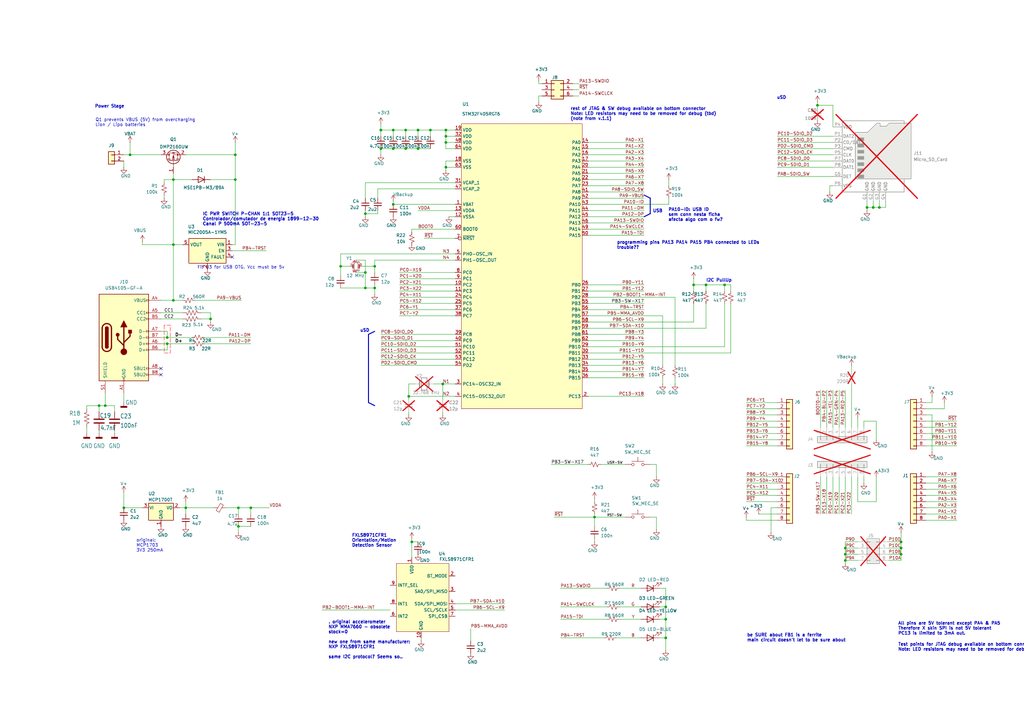
<source format=kicad_sch>
(kicad_sch (version 20250114) (generator "eeschema") (generator_version "9.0")
  (paper "A3")
  (text "IC PWR SWITCH P-CHAN 1:1 SOT23-5\nControlador/comutador de energia 1899-12-30 \nCanal P 500mA SOT-23-5" (at 83.058 89.916 0) (effects (font (size 1.27 1.27) (thickness 0.254) (bold yes)) (justify left)))
  (text "I2C PullUp" (at 294.894 115.062 0) (effects (font (size 1.27 1.27) (thickness 0.254) (bold yes))))
  (text "Test points for JTAG debug available on bottom connector\nNote: LED resistors may need to be removed for debug (tbd)." (at 368.3 265.43 0) (effects (font (size 1.27 1.27) (thickness 0.254) (bold yes)) (justify left)))
  (text "Q1 prevents VBUS (5V) from overcharging \nLion / Lipo batteries" (at 39.116 50.292 0) (effects (font (size 1.27 1.27)) (justify left)))
  (text "USB" (at 269.748 86.614 0) (effects (font (size 1.27 1.27) (thickness 0.254) (bold yes))))
  (text "original:\nMCP1703 \n3V3 250mA" (at 55.88 223.774 0) (effects (font (size 1.27 1.27)) (justify left)))
  (text "All pins are 5V tolerant except PA4 & PA5\nTherefore X skin SPI is not 5V tolerant\nPC13 is limited to 3mA out." (at 368.3 257.81 0) (effects (font (size 1.27 1.27) (thickness 0.254) (bold yes)) (justify left)))
  (text "be SURE about FB1 is a ferrite\nmain circuit doesn't let to be sure about\n" (at 306.324 261.62 0) (effects (font (size 1.27 1.27) (thickness 0.254) (bold yes)) (justify left)))
  (text "programming pins PA13 PA14 PA15 PB4 connected to LEDs\ntrouble??" (at 252.984 100.584 0) (effects (font (size 1.27 1.27) (thickness 0.254) (bold yes)) (justify left)))
  (text "Fit U3 for USB OTG. Vcc must be 5v" (at 98.806 109.728 0) (effects (font (size 1.27 1.27))))
  (text "uSD" (at 149.606 135.636 0) (effects (font (size 1.27 1.27) (thickness 0.254) (bold yes))))
  (text "PA10-ID: USB ID\nsem conn nesta ficha\nafecta algo com o fw?" (at 274.066 88.138 0) (effects (font (size 1.27 1.27) (thickness 0.254) (bold yes)) (justify left)))
  (text "Power Stage" (at 44.958 43.688 0) (effects (font (size 1.27 1.27) (thickness 0.254) (bold yes))))
  (text "rest of JTAG & SW debug available on bottom connector\nNote: LED resistors may need to be removed for debug (tbd)\n(note from v.1.1)" (at 233.934 46.736 0) (effects (font (size 1.27 1.27) (thickness 0.254) (bold yes)) (justify left)))
  (text "FXLS8971CFR1\nOrientation/Motion\nDetection Sensor\n" (at 144.272 221.742 0) (effects (font (size 1.27 1.27) (thickness 0.254) (bold yes)) (justify left)))
  (text "uSD" (at 320.548 40.132 0) (effects (font (size 1.27 1.27) (thickness 0.254) (bold yes))))
  (text ". original accelerometer\nNXP MMA7660 - obsolete \nstock=0\n\nnew one from same manufacturer:\nNXP FXLS8971CFR1\n\nsame I2C protocol? Seems so..\n" (at 134.62 262.382 0) (effects (font (size 1.27 1.27) (thickness 0.254) (bold yes)) (justify left)))
  (junction (at 355.6 85.09))
  (junction (at 284.48 116.84))
  (junction (at 97.79 208.28))
  (junction (at 139.7 109.22))
  (junction (at 149.86 87.63))
  (junction (at 161.29 83.82))
  (junction (at 273.05 248.92))
  (junction (at 156.21 60.96))
  (junction (at 97.79 215.9))
  (junction (at 40.64 166.37))
  (junction (at 167.64 162.56))
  (junction (at 68.58 140.97))
  (junction (at 273.05 261.62))
  (junction (at 149.86 118.11))
  (junction (at 182.88 53.34))
  (junction (at 86.36 130.81))
  (junction (at 168.91 222.25))
  (junction (at 358.14 85.09))
  (junction (at 171.45 53.34))
  (junction (at 102.87 208.28))
  (junction (at 171.45 60.96))
  (junction (at 369.57 227.33))
  (junction (at 182.88 68.58))
  (junction (at 289.56 116.84))
  (junction (at 156.21 53.34))
  (junction (at 369.57 222.25))
  (junction (at 182.88 55.88))
  (junction (at 71.12 123.19))
  (junction (at 50.8 208.28))
  (junction (at 166.37 60.96))
  (junction (at 153.67 109.22))
  (junction (at 161.29 53.34))
  (junction (at 176.53 53.34))
  (junction (at 346.71 229.87))
  (junction (at 76.2 208.28))
  (junction (at 96.52 73.66))
  (junction (at 182.88 58.42))
  (junction (at 71.12 100.33))
  (junction (at 346.71 227.33))
  (junction (at 161.29 60.96))
  (junction (at 243.84 212.09))
  (junction (at 53.34 63.5))
  (junction (at 96.52 63.5))
  (junction (at 181.61 157.48))
  (junction (at 346.71 224.79))
  (junction (at 335.28 43.18))
  (junction (at 153.67 118.11))
  (junction (at 71.12 73.66))
  (junction (at 149.86 111.76))
  (junction (at 68.58 138.43))
  (junction (at 166.37 53.34))
  (junction (at 43.18 166.37))
  (junction (at 297.18 116.84))
  (junction (at 369.57 224.79))
  (junction (at 360.68 85.09))
  (junction (at 273.05 254))
  (no_connect (at 66.04 151.13))
  (no_connect (at 66.04 153.67))
  (no_connect (at 95.25 105.41))
  (wire (pts (xy 335.28 43.18) (xy 341.63 43.18)))
  (wire (pts (xy 186.69 129.54) (xy 163.83 129.54)))
  (wire (pts (xy 182.88 66.04) (xy 186.69 66.04)))
  (wire (pts (xy 387.35 165.1) (xy 387.35 167.64)))
  (wire (pts (xy 237.49 39.37) (xy 234.95 39.37)))
  (wire (pts (xy 346.71 222.25) (xy 346.71 224.79)))
  (wire (pts (xy 186.69 250.19) (xy 207.01 250.19)))
  (wire (pts (xy 243.84 212.09) (xy 243.84 215.9)))
  (wire (pts (xy 241.3 132.08) (xy 284.48 132.08)))
  (wire (pts (xy 92.71 208.28) (xy 97.79 208.28)))
  (wire (pts (xy 355.6 82.55) (xy 355.6 85.09)))
  (wire (pts (xy 243.84 210.82) (xy 243.84 212.09)))
  (wire (pts (xy 306.07 212.09) (xy 306.07 213.36)))
  (wire (pts (xy 161.29 60.96) (xy 156.21 60.96)))
  (wire (pts (xy 346.71 222.25) (xy 351.79 222.25)))
  (wire (pts (xy 97.79 215.9) (xy 102.87 215.9)))
  (wire (pts (xy 241.3 124.46) (xy 264.16 124.46)))
  (wire (pts (xy 139.7 118.11) (xy 149.86 118.11)))
  (wire (pts (xy 186.69 119.38) (xy 163.83 119.38)))
  (wire (pts (xy 71.12 100.33) (xy 74.93 100.33)))
  (wire (pts (xy 297.18 116.84) (xy 299.72 116.84)))
  (wire (pts (xy 176.53 53.34) (xy 176.53 55.88)))
  (wire (pts (xy 154.94 87.63) (xy 149.86 87.63)))
  (wire (pts (xy 379.73 172.72) (xy 392.43 172.72)))
  (wire (pts (xy 241.3 134.62) (xy 289.56 134.62)))
  (wire (pts (xy 379.73 203.2) (xy 392.43 203.2)))
  (wire (pts (xy 346.71 227.33) (xy 351.79 227.33)))
  (wire (pts (xy 182.88 55.88) (xy 182.88 53.34)))
  (wire (pts (xy 284.48 116.84) (xy 289.56 116.84)))
  (wire (pts (xy 306.07 170.18) (xy 318.77 170.18)))
  (wire (pts (xy 71.12 100.33) (xy 71.12 123.19)))
  (wire (pts (xy 339.09 195.58) (xy 339.09 210.82)))
  (wire (pts (xy 43.18 166.37) (xy 46.99 166.37)) (stroke (width 0.1524)))
  (wire (pts (xy 156.21 50.8) (xy 156.21 53.34)))
  (wire (pts (xy 237.49 36.83) (xy 234.95 36.83)))
  (wire (pts (xy 229.87 248.92) (xy 248.92 248.92)))
  (wire (pts (xy 46.99 176.53) (xy 46.99 177.8)))
  (wire (pts (xy 167.64 157.48) (xy 170.18 157.48)))
  (wire (pts (xy 276.86 121.92) (xy 276.86 149.86)))
  (wire (pts (xy 241.3 96.52) (xy 264.16 96.52)))
  (wire (pts (xy 167.64 162.56) (xy 167.64 157.48)))
  (wire (pts (xy 341.63 76.2) (xy 340.36 76.2)))
  (wire (pts (xy 346.71 229.87) (xy 351.79 229.87)))
  (wire (pts (xy 355.6 85.09) (xy 355.6 86.36)))
  (wire (pts (xy 35.56 166.37) (xy 40.64 166.37)) (stroke (width 0.1524)))
  (wire (pts (xy 186.69 124.46) (xy 163.83 124.46)))
  (wire (pts (xy 306.07 177.8) (xy 318.77 177.8)))
  (wire (pts (xy 186.69 111.76) (xy 163.83 111.76)))
  (wire (pts (xy 96.52 73.66) (xy 86.36 73.66)))
  (wire (pts (xy 73.66 208.28) (xy 76.2 208.28)))
  (wire (pts (xy 336.55 160.02) (xy 336.55 175.26)))
  (wire (pts (xy 358.14 82.55) (xy 358.14 85.09)))
  (wire (pts (xy 346.71 224.79) (xy 346.71 227.33)))
  (wire (pts (xy 252.73 261.62) (xy 262.89 261.62)))
  (wire (pts (xy 149.86 87.63) (xy 149.86 88.9)))
  (wire (pts (xy 161.29 53.34) (xy 166.37 53.34)))
  (wire (pts (xy 95.25 100.33) (xy 96.52 100.33)))
  (wire (pts (xy 243.84 212.09) (xy 256.54 212.09)))
  (wire (pts (xy 379.73 198.12) (xy 392.43 198.12)))
  (wire (pts (xy 266.7 190.5) (xy 269.24 190.5)))
  (wire (pts (xy 66.04 140.97) (xy 68.58 140.97)))
  (wire (pts (xy 161.29 83.82) (xy 186.69 83.82)))
  (wire (pts (xy 71.12 73.66) (xy 71.12 100.33)))
  (wire (pts (xy 82.55 130.81) (xy 86.36 130.81)))
  (wire (pts (xy 306.07 180.34) (xy 318.77 180.34)))
  (wire (pts (xy 153.67 106.68) (xy 153.67 109.22)))
  (wire (pts (xy 379.73 213.36) (xy 392.43 213.36)))
  (wire (pts (xy 274.32 81.28) (xy 274.32 83.82)))
  (wire (pts (xy 306.07 165.1) (xy 318.77 165.1)))
  (wire (pts (xy 177.8 157.48) (xy 181.61 157.48)))
  (wire (pts (xy 146.05 111.76) (xy 149.86 111.76)))
  (wire (pts (xy 379.73 177.8) (xy 392.43 177.8)))
  (wire (pts (xy 58.42 100.33) (xy 71.12 100.33)))
  (wire (pts (xy 220.98 33.02) (xy 220.98 34.29)))
  (wire (pts (xy 182.88 60.96) (xy 182.88 58.42)))
  (wire (pts (xy 276.86 154.94) (xy 276.86 157.48)))
  (wire (pts (xy 193.04 257.81) (xy 193.04 262.89)))
  (wire (pts (xy 344.17 175.26) (xy 344.17 160.02)))
  (wire (pts (xy 241.3 93.98) (xy 264.16 93.98)))
  (wire (pts (xy 241.3 142.24) (xy 297.18 142.24)))
  (polyline (pts (xy 264.16 88.9) (xy 266.7 87.63)) (stroke (width 0.4)))
  (wire (pts (xy 299.72 116.84) (xy 299.72 119.38)))
  (wire (pts (xy 316.23 208.28) (xy 316.23 218.44)))
  (wire (pts (xy 335.28 41.91) (xy 335.28 43.18)))
  (wire (pts (xy 156.21 53.34) (xy 161.29 53.34)))
  (wire (pts (xy 346.71 229.87) (xy 346.71 231.14)))
  (wire (pts (xy 182.88 58.42) (xy 186.69 58.42)))
  (wire (pts (xy 50.8 63.5) (xy 53.34 63.5)))
  (wire (pts (xy 241.3 129.54) (xy 271.78 129.54)))
  (wire (pts (xy 379.73 182.88) (xy 392.43 182.88)))
  (wire (pts (xy 168.91 93.98) (xy 186.69 93.98)))
  (wire (pts (xy 40.64 177.8) (xy 40.64 176.53)) (stroke (width 0.1524)))
  (wire (pts (xy 186.69 144.78) (xy 156.21 144.78)))
  (wire (pts (xy 182.88 53.34) (xy 186.69 53.34)))
  (wire (pts (xy 153.67 111.76) (xy 153.67 109.22)))
  (wire (pts (xy 341.63 72.39) (xy 318.77 72.39)))
  (wire (pts (xy 306.07 198.12) (xy 318.77 198.12)))
  (wire (pts (xy 382.27 162.56) (xy 382.27 165.1)))
  (wire (pts (xy 237.49 34.29) (xy 234.95 34.29)))
  (wire (pts (xy 35.56 175.26) (xy 35.56 177.8)) (stroke (width 0.1524)))
  (wire (pts (xy 176.53 53.34) (xy 182.88 53.34)))
  (wire (pts (xy 53.34 58.42) (xy 53.34 63.5)))
  (wire (pts (xy 359.41 195.58) (xy 359.41 205.74)))
  (wire (pts (xy 66.04 135.89) (xy 68.58 135.89)))
  (wire (pts (xy 243.84 222.25) (xy 243.84 220.98)))
  (wire (pts (xy 68.58 140.97) (xy 78.74 140.97)))
  (wire (pts (xy 67.31 81.28) (xy 67.31 80.01)))
  (wire (pts (xy 379.73 180.34) (xy 392.43 180.34)))
  (wire (pts (xy 241.3 91.44) (xy 264.16 91.44)))
  (wire (pts (xy 359.41 205.74) (xy 351.79 205.74)))
  (wire (pts (xy 40.64 166.37) (xy 40.64 168.91)) (stroke (width 0.1524)))
  (wire (pts (xy 46.99 166.37) (xy 46.99 168.91)) (stroke (width 0.1524)))
  (wire (pts (xy 241.3 78.74) (xy 264.16 78.74)))
  (wire (pts (xy 220.98 39.37) (xy 222.25 39.37)))
  (wire (pts (xy 67.31 73.66) (xy 67.31 74.93)))
  (wire (pts (xy 229.87 261.62) (xy 247.65 261.62)))
  (wire (pts (xy 379.73 167.64) (xy 387.35 167.64)))
  (wire (pts (xy 379.73 205.74) (xy 392.43 205.74)))
  (wire (pts (xy 274.32 73.66) (xy 274.32 76.2)))
  (wire (pts (xy 316.23 208.28) (xy 318.77 208.28)))
  (wire (pts (xy 186.69 137.16) (xy 156.21 137.16)))
  (wire (pts (xy 181.61 168.91) (xy 181.61 170.18)))
  (wire (pts (xy 335.28 43.18) (xy 335.28 44.45)))
  (wire (pts (xy 336.55 195.58) (xy 336.55 210.82)))
  (wire (pts (xy 339.09 160.02) (xy 339.09 175.26)))
  (wire (pts (xy 53.34 63.5) (xy 66.04 63.5)))
  (wire (pts (xy 341.63 58.42) (xy 318.77 58.42)))
  (polyline (pts (xy 151.13 137.16) (xy 151.13 165.1)) (stroke (width 0.4) (type solid)))
  (wire (pts (xy 186.69 127) (xy 163.83 127)))
  (wire (pts (xy 171.45 53.34) (xy 176.53 53.34)))
  (wire (pts (xy 360.68 85.09) (xy 358.14 85.09)))
  (wire (pts (xy 139.7 109.22) (xy 139.7 113.03)))
  (wire (pts (xy 83.82 138.43) (xy 102.87 138.43)))
  (wire (pts (xy 351.79 195.58) (xy 351.79 205.74)))
  (wire (pts (xy 364.49 227.33) (xy 369.57 227.33)))
  (wire (pts (xy 109.22 102.87) (xy 95.25 102.87)))
  (wire (pts (xy 149.86 74.93) (xy 149.86 81.28)))
  (wire (pts (xy 241.3 147.32) (xy 264.16 147.32)))
  (wire (pts (xy 153.67 106.68) (xy 186.69 106.68)))
  (wire (pts (xy 351.79 175.26) (xy 351.79 171.45)))
  (wire (pts (xy 241.3 83.82) (xy 274.32 83.82)))
  (wire (pts (xy 364.49 222.25) (xy 369.57 222.25)))
  (wire (pts (xy 186.69 116.84) (xy 163.83 116.84)))
  (wire (pts (xy 241.3 154.94) (xy 264.16 154.94)))
  (wire (pts (xy 241.3 119.38) (xy 264.16 119.38)))
  (wire (pts (xy 153.67 120.65) (xy 153.67 118.11)))
  (wire (pts (xy 379.73 208.28) (xy 392.43 208.28)))
  (wire (pts (xy 273.05 261.62) (xy 273.05 266.7)))
  (wire (pts (xy 153.67 109.22) (xy 148.59 109.22)))
  (wire (pts (xy 153.67 116.84) (xy 153.67 118.11)))
  (wire (pts (xy 346.71 227.33) (xy 346.71 229.87)))
  (wire (pts (xy 96.52 73.66) (xy 96.52 63.5)))
  (wire (pts (xy 269.24 212.09) (xy 269.24 217.17)))
  (wire (pts (xy 369.57 222.25) (xy 369.57 224.79)))
  (wire (pts (xy 166.37 60.96) (xy 161.29 60.96)))
  (wire (pts (xy 76.2 205.74) (xy 76.2 208.28)))
  (wire (pts (xy 271.78 154.94) (xy 271.78 157.48)))
  (wire (pts (xy 182.88 66.04) (xy 182.88 68.58)))
  (wire (pts (xy 341.63 63.5) (xy 318.77 63.5)))
  (wire (pts (xy 132.08 250.19) (xy 160.02 250.19)))
  (wire (pts (xy 171.45 222.25) (xy 168.91 222.25)))
  (wire (pts (xy 176.53 60.96) (xy 171.45 60.96)))
  (wire (pts (xy 80.01 123.19) (xy 99.06 123.19)))
  (wire (pts (xy 168.91 95.25) (xy 168.91 93.98)))
  (wire (pts (xy 299.72 144.78) (xy 299.72 124.46)))
  (wire (pts (xy 241.3 86.36) (xy 264.16 86.36)))
  (wire (pts (xy 273.05 248.92) (xy 273.05 254)))
  (wire (pts (xy 379.73 165.1) (xy 382.27 165.1)))
  (wire (pts (xy 273.05 254) (xy 273.05 261.62)))
  (wire (pts (xy 76.2 63.5) (xy 96.52 63.5)))
  (wire (pts (xy 363.22 82.55) (xy 363.22 85.09)))
  (wire (pts (xy 97.79 218.44) (xy 97.79 215.9)))
  (wire (pts (xy 68.58 140.97) (xy 68.58 143.51)))
  (wire (pts (xy 363.22 85.09) (xy 360.68 85.09)))
  (wire (pts (xy 241.3 116.84) (xy 264.16 116.84)))
  (polyline (pts (xy 153.67 166.37) (xy 151.13 165.1)) (stroke (width 0.4)))
  (wire (pts (xy 341.63 175.26) (xy 341.63 160.02)))
  (wire (pts (xy 241.3 71.12) (xy 264.16 71.12)))
  (wire (pts (xy 306.07 167.64) (xy 318.77 167.64)))
  (wire (pts (xy 306.07 205.74) (xy 318.77 205.74)))
  (wire (pts (xy 241.3 149.86) (xy 264.16 149.86)))
  (wire (pts (xy 241.3 127) (xy 264.16 127)))
  (wire (pts (xy 229.87 241.3) (xy 248.92 241.3)))
  (wire (pts (xy 284.48 132.08) (xy 284.48 124.46)))
  (wire (pts (xy 341.63 195.58) (xy 341.63 210.82)))
  (wire (pts (xy 270.51 241.3) (xy 273.05 241.3)))
  (wire (pts (xy 349.25 149.86) (xy 349.25 152.4)))
  (wire (pts (xy 379.73 200.66) (xy 392.43 200.66)))
  (wire (pts (xy 171.45 60.96) (xy 166.37 60.96)))
  (wire (pts (xy 167.64 168.91) (xy 167.64 170.18)))
  (wire (pts (xy 227.33 212.09) (xy 243.84 212.09)))
  (wire (pts (xy 271.78 129.54) (xy 271.78 149.86)))
  (wire (pts (xy 354.33 175.26) (xy 354.33 172.72)))
  (wire (pts (xy 241.3 144.78) (xy 299.72 144.78)))
  (wire (pts (xy 241.3 139.7) (xy 264.16 139.7)))
  (wire (pts (xy 149.86 74.93) (xy 186.69 74.93)))
  (wire (pts (xy 86.36 130.81) (xy 86.36 132.08)))
  (wire (pts (xy 241.3 73.66) (xy 264.16 73.66)))
  (wire (pts (xy 171.45 86.36) (xy 186.69 86.36)))
  (wire (pts (xy 86.36 128.27) (xy 86.36 130.81)))
  (wire (pts (xy 289.56 116.84) (xy 289.56 119.38)))
  (wire (pts (xy 154.94 77.47) (xy 186.69 77.47)))
  (wire (pts (xy 241.3 76.2) (xy 264.16 76.2)))
  (wire (pts (xy 306.07 172.72) (xy 318.77 172.72)))
  (wire (pts (xy 186.69 60.96) (xy 182.88 60.96)))
  (wire (pts (xy 311.15 210.82) (xy 318.77 210.82)))
  (wire (pts (xy 167.64 162.56) (xy 186.69 162.56)))
  (wire (pts (xy 71.12 123.19) (xy 74.93 123.19)))
  (wire (pts (xy 241.3 137.16) (xy 264.16 137.16)))
  (wire (pts (xy 246.38 190.5) (xy 256.54 190.5)))
  (wire (pts (xy 171.45 53.34) (xy 171.45 55.88)))
  (wire (pts (xy 168.91 220.98) (xy 168.91 222.25)))
  (wire (pts (xy 161.29 82.55) (xy 161.29 83.82)))
  (wire (pts (xy 306.07 175.26) (xy 318.77 175.26)))
  (wire (pts (xy 186.69 121.92) (xy 163.83 121.92)))
  (wire (pts (xy 58.42 99.06) (xy 58.42 100.33)))
  (wire (pts (xy 270.51 248.92) (xy 273.05 248.92)))
  (wire (pts (xy 181.61 157.48) (xy 186.69 157.48)))
  (wire (pts (xy 358.14 85.09) (xy 355.6 85.09)))
  (wire (pts (xy 76.2 210.82) (xy 76.2 208.28)))
  (wire (pts (xy 66.04 130.81) (xy 74.93 130.81)))
  (wire (pts (xy 284.48 116.84) (xy 284.48 119.38)))
  (wire (pts (xy 266.7 212.09) (xy 269.24 212.09)))
  (wire (pts (xy 35.56 166.37) (xy 35.56 167.64)) (stroke (width 0.1524)))
  (wire (pts (xy 241.3 81.28) (xy 264.16 81.28)))
  (wire (pts (xy 306.07 213.36) (xy 318.77 213.36)))
  (wire (pts (xy 289.56 116.84) (xy 297.18 116.84)))
  (wire (pts (xy 273.05 241.3) (xy 273.05 248.92)))
  (wire (pts (xy 241.3 162.56) (xy 264.16 162.56)))
  (wire (pts (xy 66.04 128.27) (xy 74.93 128.27)))
  (wire (pts (xy 76.2 208.28) (xy 87.63 208.28)))
  (wire (pts (xy 297.18 116.84) (xy 297.18 119.38)))
  (wire (pts (xy 168.91 222.25) (xy 168.91 228.6)))
  (wire (pts (xy 71.12 71.12) (xy 71.12 73.66)))
  (wire (pts (xy 66.04 123.19) (xy 71.12 123.19)))
  (wire (pts (xy 50.8 161.29) (xy 50.8 165.1)))
  (wire (pts (xy 102.87 208.28) (xy 97.79 208.28)))
  (wire (pts (xy 43.18 161.29) (xy 43.18 166.37)))
  (wire (pts (xy 182.88 55.88) (xy 186.69 55.88)))
  (wire (pts (xy 146.05 106.68) (xy 149.86 106.68)))
  (wire (pts (xy 241.3 121.92) (xy 276.86 121.92)))
  (wire (pts (xy 156.21 63.5) (xy 156.21 60.96)))
  (wire (pts (xy 50.8 66.04) (xy 50.8 68.58)))
  (wire (pts (xy 139.7 104.14) (xy 186.69 104.14)))
  (wire (pts (xy 186.69 149.86) (xy 156.21 149.86)))
  (wire (pts (xy 341.63 68.58) (xy 318.77 68.58)))
  (wire (pts (xy 349.25 175.26) (xy 349.25 157.48)))
  (wire (pts (xy 149.86 111.76) (xy 149.86 118.11)))
  (wire (pts (xy 243.84 204.47) (xy 243.84 205.74)))
  (wire (pts (xy 154.94 86.36) (xy 154.94 87.63)))
  (wire (pts (xy 269.24 190.5) (xy 269.24 195.58)))
  (wire (pts (xy 139.7 104.14) (xy 139.7 109.22)))
  (wire (pts (xy 364.49 224.79) (xy 369.57 224.79)))
  (polyline (pts (xy 264.16 80.01) (xy 266.7 81.28)) (stroke (width 0.4)))
  (wire (pts (xy 241.3 152.4) (xy 264.16 152.4)))
  (wire (pts (xy 346.71 175.26) (xy 346.71 160.02)))
  (wire (pts (xy 139.7 109.22) (xy 143.51 109.22)))
  (wire (pts (xy 341.63 66.04) (xy 318.77 66.04)))
  (polyline (pts (xy 153.67 135.89) (xy 151.13 137.16)) (stroke (width 0.4)))
  (wire (pts (xy 50.8 208.28) (xy 58.42 208.28)))
  (wire (pts (xy 284.48 114.3) (xy 284.48 116.84)))
  (wire (pts (xy 161.29 53.34) (xy 161.29 55.88)))
  (wire (pts (xy 241.3 88.9) (xy 264.16 88.9)))
  (wire (pts (xy 102.87 208.28) (xy 102.87 210.82)))
  (wire (pts (xy 184.15 88.9) (xy 186.69 88.9)))
  (wire (pts (xy 186.69 247.65) (xy 207.01 247.65)))
  (wire (pts (xy 186.69 114.3) (xy 163.83 114.3)))
  (wire (pts (xy 241.3 68.58) (xy 264.16 68.58)))
  (wire (pts (xy 306.07 203.2) (xy 318.77 203.2)))
  (wire (pts (xy 156.21 53.34) (xy 156.21 55.88)))
  (wire (pts (xy 50.8 201.93) (xy 50.8 208.28)))
  (wire (pts (xy 359.41 172.72) (xy 354.33 172.72)))
  (wire (pts (xy 340.36 76.2) (xy 340.36 78.74)))
  (wire (pts (xy 182.88 68.58) (xy 186.69 68.58)))
  (wire (pts (xy 241.3 63.5) (xy 264.16 63.5)))
  (wire (pts (xy 306.07 200.66) (xy 318.77 200.66)))
  (wire (pts (xy 154.94 77.47) (xy 154.94 81.28)))
  (wire (pts (xy 78.74 73.66) (xy 71.12 73.66)))
  (wire (pts (xy 220.98 39.37) (xy 220.98 41.91)))
  (wire (pts (xy 167.64 162.56) (xy 167.64 163.83)))
  (wire (pts (xy 379.73 170.18) (xy 382.27 170.18)))
  (wire (pts (xy 68.58 135.89) (xy 68.58 138.43)))
  (wire (pts (xy 86.36 128.27) (xy 82.55 128.27)))
  (wire (pts (xy 71.12 73.66) (xy 67.31 73.66)))
  (wire (pts (xy 149.86 106.68) (xy 149.86 111.76)))
  (wire (pts (xy 96.52 100.33) (xy 96.52 73.66)))
  (wire (pts (xy 186.69 142.24) (xy 156.21 142.24)))
  (wire (pts (xy 181.61 157.48) (xy 181.61 163.83)))
  (wire (pts (xy 97.79 208.28) (xy 97.79 210.82)))
  (wire (pts (xy 173.99 97.79) (xy 186.69 97.79)))
  (wire (pts (xy 40.64 166.37) (xy 43.18 166.37)) (stroke (width 0.1524)))
  (wire (pts (xy 379.73 175.26) (xy 392.43 175.26)))
  (wire (pts (xy 379.73 210.82) (xy 392.43 210.82)))
  (wire (pts (xy 66.04 138.43) (xy 68.58 138.43)))
  (wire (pts (xy 186.69 147.32) (xy 156.21 147.32)))
  (wire (pts (xy 186.69 139.7) (xy 156.21 139.7)))
  (wire (pts (xy 369.57 224.79) (xy 369.57 227.33)))
  (wire (pts (xy 241.3 58.42) (xy 264.16 58.42)))
  (wire (pts (xy 382.27 170.18) (xy 382.27 185.42)))
  (wire (pts (xy 289.56 134.62) (xy 289.56 124.46)))
  (wire (pts (xy 341.63 52.07) (xy 341.63 43.18)))
  (wire (pts (xy 254 248.92) (xy 262.89 248.92)))
  (wire (pts (xy 229.87 254) (xy 248.92 254)))
  (wire (pts (xy 297.18 142.24) (xy 297.18 124.46)))
  (wire (pts (xy 306.07 182.88) (xy 318.77 182.88)))
  (wire (pts (xy 369.57 218.44) (xy 369.57 222.25)))
  (wire (pts (xy 369.57 227.33) (xy 369.57 229.87)))
  (wire (pts (xy 66.04 143.51) (xy 68.58 143.51)))
  (wire (pts (xy 241.3 66.04) (xy 264.16 66.04)))
  (wire (pts (xy 344.17 195.58) (xy 344.17 210.82)))
  (wire (pts (xy 270.51 254) (xy 273.05 254)))
  (wire (pts (xy 254 254) (xy 262.89 254)))
  (wire (pts (xy 306.07 195.58) (xy 318.77 195.58)))
  (wire (pts (xy 182.88 68.58) (xy 182.88 69.85)))
  (wire (pts (xy 270.51 261.62) (xy 273.05 261.62)))
  (wire (pts (xy 241.3 60.96) (xy 264.16 60.96)))
  (wire (pts (xy 346.71 224.79) (xy 351.79 224.79)))
  (wire (pts (xy 354.33 195.58) (xy 354.33 198.12)))
  (wire (pts (xy 360.68 82.55) (xy 360.68 85.09)))
  (wire (pts (xy 359.41 180.34) (xy 359.41 172.72)))
  (wire (pts (xy 341.63 60.96) (xy 318.77 60.96)))
  (wire (pts (xy 341.63 55.88) (xy 318.77 55.88)))
  (wire (pts (xy 96.52 63.5) (xy 96.52 58.42)))
  (polyline (pts (xy 266.7 81.28) (xy 266.7 87.63)) (stroke (width 0.4) (type solid)))
  (wire (pts (xy 220.98 34.29) (xy 222.25 34.29)))
  (wire (pts (xy 349.25 195.58) (xy 349.25 210.82)))
  (wire (pts (xy 149.86 118.11) (xy 153.67 118.11)))
  (wire (pts (xy 166.37 53.34) (xy 171.45 53.34)))
  (wire (pts (xy 254 241.3) (xy 262.89 241.3)))
  (wire (pts (xy 346.71 195.58) (xy 346.71 210.82)))
  (wire (pts (xy 226.06 190.5) (xy 241.3 190.5)))
  (wire (pts (xy 166.37 53.34) (xy 166.37 55.88)))
  (wire (pts (xy 83.82 140.97) (xy 102.87 140.97)))
  (wire (pts (xy 149.86 86.36) (xy 149.86 87.63)))
  (wire (pts (xy 364.49 229.87) (xy 369.57 229.87)))
  (wire (pts (xy 379.73 195.58) (xy 392.43 195.58)))
  (wire (pts (xy 68.58 138.43) (xy 78.74 138.43)))
  (wire (pts (xy 182.88 58.42) (xy 182.88 55.88)))
  (wire (pts (xy 102.87 208.28) (xy 110.49 208.28)))
  (wire (pts (xy 172.72 262.89) (xy 172.72 261.62)))
  (label "PB0-Y11" (at 264.16 116.84 180))
  (label "PC11-SDIO_D3" (at 318.77 58.42 0))
  (label "PC12-SDIO_CK" (at 318.77 63.5 0) (effects (font (thickness 0.1588))))
  (label "PC10-SDIO_D2" (at 318.77 55.88 0))
  (label "PB8-Y3" (at 306.07 170.18 0))
  (label "P10A" (at 369.57 229.87 180))
  (label "PB7-SDA-X10" (at 264.16 134.62 180))
  (label "PD2-SDIO_CMD" (at 318.77 60.96 0) (effects (font (thickness 0.1588))))
  (label "P10D" (at 369.57 222.25 180))
  (label "PC4-X11" (at 163.83 121.92 0))
  (label "PC3-X22" (at 349.25 210.82 90))
  (label "PA12-DP" (at 264.16 88.9 180))
  (label "N4" (at 181.61 106.68 0))
  (label "P9B" (at 346.71 227.33 0))
  (label "PB15-Y8" (at 306.07 182.88 0))
  (label "PB7-SDA-X10" (at 207.01 247.65 180))
  (label "D+" (at 74.93 140.97 180) (effects (font (thickness 0.254) (bold yes))))
  (label "PB14-Y7" (at 306.07 180.34 0))
  (label "PA2-X3" (at 264.16 63.5 180))
  (label "PB4-TRST" (at 109.22 102.87 180))
  (label "PC3-X22" (at 163.83 119.38 0))
  (label "PB11-Y10" (at 264.16 144.78 180))
  (label "PA6-X7" (at 392.43 198.12 180))
  (label "P9D" (at 346.71 222.25 0))
  (label "P9C" (at 346.71 224.79 0))
  (label "PB14-Y7" (at 264.16 152.4 180))
  (label "PA12-DP" (at 102.87 140.97 180))
  (label "PB10-Y9" (at 264.16 142.24 180))
  (label "D-" (at 74.93 138.43 180) (effects (font (thickness 0.254) (bold yes))))
  (label "PA5-X6" (at 392.43 200.66 180))
  (label "PB13-Y6" (at 264.16 149.86 180))
  (label "PA11-DM" (at 264.16 86.36 180))
  (label "PB4-BLU-P2" (at 339.09 160.02 270))
  (label "PA7-X8" (at 264.16 76.2 180))
  (label "~{RST}" (at 173.99 97.79 0))
  (label "N1" (at 181.61 157.48 0))
  (label "PA5-X6" (at 264.16 71.12 180))
  (label "PB10-Y9" (at 392.43 182.88 180))
  (label "PA15-TDI" (at 229.87 254 0))
  (label "PC4-X11" (at 306.07 200.66 0))
  (label "PB9-Y4" (at 306.07 172.72 0))
  (label "PB0-Y11" (at 392.43 177.8 180))
  (label "PA1-X2" (at 264.16 60.96 180))
  (label "PB4-TRST" (at 264.16 127 180))
  (label "PC6-Y1" (at 163.83 127 0))
  (label "PA3-X4" (at 264.16 66.04 180))
  (label "~{RST}" (at 227.33 212.09 0))
  (label "PA15-TDI" (at 264.16 96.52 180))
  (label "PC8-SDIO_D0" (at 156.21 137.16 0))
  (label "BOOT0" (at 171.45 93.98 0))
  (label "PC13-X18" (at 264.16 162.56 180) (effects (font (thickness 0.1588))))
  (label "BOOT0-P1" (at 336.55 160.02 270))
  (label "VDDA" (at 171.45 86.36 0))
  (label "PB6-SCL-X9" (at 306.07 195.58 0))
  (label "PC5-X12" (at 306.07 203.2 0))
  (label "G" (at 260.35 248.92 180))
  (label "PB12-Y5" (at 306.07 175.26 0))
  (label "PA14-SWCLCK" (at 264.16 93.98 180))
  (label "PC1-X20" (at 344.17 210.82 90))
  (label "PA0-X1" (at 264.16 58.42 180))
  (label "VDDA" (at 110.49 208.28 0))
  (label "PB4-TRST" (at 229.87 261.62 0))
  (label "PA8-SDIO_SW" (at 264.16 78.74 180))
  (label "~{RST}" (at 392.43 172.72 180))
  (label "PB3-SW-X17" (at 226.06 190.5 0))
  (label "PA13-SWDIO" (at 229.87 241.3 0))
  (label "PA11-DM" (at 102.87 138.43 180))
  (label "P9A" (at 346.71 229.87 0))
  (label "PC8-SDIO_D0" (at 318.77 66.04 0))
  (label "PC2-X21" (at 163.83 116.84 0))
  (label "PA14-SWCLCK" (at 237.49 39.37 0))
  (label "PA4-X5" (at 392.43 203.2 180))
  (label "PA7-X8" (at 392.43 195.58 180))
  (label "P10C" (at 369.57 224.79 180))
  (label "N3" (at 181.61 104.14 0))
  (label "RST-SW" (at 248.92 212.09 0) (effects (font (size 1 1))))
  (label "P10B" (at 369.57 227.33 180))
  (label "PB5-MMA_AVDD" (at 193.04 257.81 0))
  (label "PA14-SWCLCK" (at 229.87 248.92 0))
  (label "PB6-SCL-X9" (at 207.01 250.19 180))
  (label "PA3-X4" (at 392.43 205.74 180))
  (label "PB3-SW-X17" (at 264.16 124.46 180))
  (label "PC12-SDIO_CK" (at 156.21 147.32 0) (effects (font (thickness 0.1588))))
  (label "~{RST}" (at 237.49 36.83 0))
  (label "PC7-Y2" (at 163.83 129.54 0))
  (label "PA9-VBUS" (at 264.16 81.28 180))
  (label "PC10-SDIO_D2" (at 156.21 142.24 0))
  (label "PB2-BOOT1-MMA-INT" (at 132.08 250.19 0))
  (label "~{RST}" (at 306.07 205.74 0))
  (label "PB7-SDA-X10" (at 306.07 198.12 0))
  (label "PA13-SWDIO" (at 237.49 34.29 0))
  (label "PC9-SDIO_D1" (at 156.21 139.7 0))
  (label "CC2" (at 67.31 130.81 0))
  (label "CC1" (at 67.31 128.27 0))
  (label "PC11-SDIO_D3" (at 156.21 144.78 0))
  (label "PB9-Y4" (at 264.16 139.7 180))
  (label "PC7-Y2" (at 306.07 167.64 0))
  (label "PA10-ID" (at 264.16 83.82 180))
  (label "PB11-Y10" (at 392.43 180.34 180))
  (label "PA1-X2" (at 392.43 210.82 180))
  (label "PA9-VBUS" (at 99.06 123.19 180))
  (label "PA8-SDIO_SW" (at 318.77 72.39 0))
  (label "Y" (at 260.35 254 180))
  (label "PA6-X7" (at 264.16 73.66 180))
  (label "PA15-YEL-P3" (at 341.63 160.02 270))
  (label "PC9-SDIO_D1" (at 318.77 68.58 0))
  (label "PB1-Y12" (at 264.16 119.38 180))
  (label "PC13-X18" (at 339.09 210.82 90))
  (label "PB8-Y3" (at 264.16 137.16 180))
  (label "PB6-SCL-X9" (at 264.16 132.08 180))
  (label "PC0-X19" (at 341.63 210.82 90))
  (label "N2" (at 181.61 162.56 0))
  (label "PD2-SDIO_CMD" (at 156.21 149.86 0) (effects (font (thickness 0.1588))))
  (label "PC5-X12" (at 163.83 124.46 0))
  (label "PA4-X5" (at 264.16 68.58 180))
  (label "R" (at 260.35 241.3 180))
  (label "PC6-Y1" (at 306.07 165.1 0))
  (label "PB1-Y12" (at 392.43 175.26 180))
  (label "PB12-Y5" (at 264.16 147.32 180))
  (label "PC1-X20" (at 163.83 114.3 0))
  (label "PB5-MMA_AVDD" (at 264.16 129.54 180))
  (label "USR-SW" (at 248.92 190.5 0) (effects (font (size 1 1))))
  (label "PA13-SWDIO" (at 264.16 91.44 180))
  (label "PA14-GRN-P4" (at 344.17 160.02 270))
  (label "PC0-X19" (at 163.83 111.76 0))
  (label "PB3-SW-X17" (at 336.55 210.82 90))
  (label "PB2-BOOT1-MMA-INT" (at 273.05 121.92 180))
  (label "PB15-Y8" (at 264.16 154.94 180))
  (label "PC2-X21" (at 346.71 210.82 90))
  (label "B" (at 260.35 261.62 180))
  (label "PA13-RED-P5" (at 346.71 160.02 270))
  (label "PA2-X3" (at 392.43 208.28 180))
  (label "PA0-X1" (at 392.43 213.36 180))
  (label "PB13-Y6" (at 306.07 177.8 0))
  (rule_area (polyline (pts (xy 67.31 133.35) (xy 67.31 144.78) (xy 69.85 144.78) (xy 69.85 133.35)) (stroke (width 0) (type dash))))
  (symbol (lib_id "power:GND") (at 269.24 217.17 0) (mirror y) (unit 1)
    (property "Reference" "#PWR048" (effects (hide yes)))
    (property "Value" "GND" (at 268.478 220.726 0))
    (property "Description" "Power symbol creates a global label with name \"GND\" , ground" (effects (hide yes)))
  )
  (symbol (lib_id "power:+3V3") (at 168.91 220.98 0) (unit 1)
    (property "Reference" "#PWR014" (effects (hide yes)))
    (property "Value" "+3V3" (at 169.926 216.408 0))
    (property "Description" "Power symbol creates a global label with name \"+3V3\"" (effects (hide yes)))
  )
  (symbol (lib_id "power:GND") (at 269.24 195.58 0) (mirror y) (unit 1)
    (property "Reference" "#PWR020" (effects (hide yes)))
    (property "Value" "GND" (at 268.478 199.136 0))
    (property "Description" "Power symbol creates a global label with name \"GND\" , ground" (effects (hide yes)))
  )
  (symbol (lib_id "power:GND") (at 271.78 157.48 0) (mirror y) (unit 1)
    (property "Reference" "#PWR017" (effects (hide yes)))
    (property "Value" "GND" (at 271.018 161.036 0))
    (property "Description" "Power symbol creates a global label with name \"GND\" , ground" (effects (hide yes)))
  )
  (symbol (lib_id "power:GND") (at 97.79 218.44 0) (mirror y) (unit 1)
    (property "Reference" "#PWR034" (effects (hide yes)))
    (property "Value" "GND" (at 100.33 220.98 0))
    (property "Description" "Power symbol creates a global label with name \"GND\" , ground" (effects (hide yes)))
  )
  (symbol (lib_id "Device:C_Small") (at 193.04 265.43 0) (unit 1)
    (property "Reference" "C3" (at 195.58 264.1662 0) (effects (justify left)))
    (property "Value" "2u2" (at 195.58 266.7062 0) (effects (justify left)))
    (property "Footprint" "Capacitor_SMD:C_0603_1608Metric" (effects (hide yes)))
    (property "Description" "Unpolarized capacitor, small symbol" (effects (hide yes)))
  )
  (symbol (lib_id "power:+3V3") (at 220.98 33.02 0) (unit 1)
    (property "Reference" "#PWR013" (effects (hide yes)))
    (property "Value" "+3V3" (at 221.996 28.448 0))
    (property "Description" "Power symbol creates a global label with name \"+3V3\"" (effects (hide yes)))
  )
  (symbol (lib_id "Connector_Generic:Conn_01x02") (at 45.72 63.5 0) (mirror y) (unit 1)
    (property "Reference" "J9" (at 45.72 59.69 0))
    (property "Value" "Conn_01x02" (effects (hide yes)))
    (property "Footprint" "Connector_PinHeader_1.00mm:PinHeader_1x02_P1.00mm_Vertical" (effects (hide yes)))
    (property "Description" "Generic connector, single row, 01x02, script generated (kicad-library-utils/schlib/autogen/connector/)" (effects (hide yes)))
  )
  (symbol (lib_id "Device:R_US") (at 35.56 171.45 0) (mirror x) (unit 1)
    (property "Reference" "R18" (at 33.02 169.545 0) (effects (font (size 1.778 1.5113)) (justify right)))
    (property "Value" "1M" (at 33.02 173.355 0) (effects (font (size 1.778 1.5113)) (justify right)))
    (property "Footprint" "Resistor_SMD:R_0402_1005Metric" (effects (hide yes)))
    (property "MPN" "CRCW04021M00FKED" (effects (hide yes)))
    (property "OEPSPN" "OEPS020026" (effects (hide yes)))
  )
  (symbol (lib_id "Device:C_Small") (at 176.53 58.42 0) (mirror y) (unit 1)
    (property "Reference" "C12" (at 176.276 56.642 0) (effects (justify left)))
    (property "Value" "100n" (at 176.276 59.944 0) (effects (justify left)))
    (property "Footprint" "Capacitor_SMD:C_0402_1005Metric" (effects (hide yes)))
    (property "Description" "Unpolarized capacitor, small symbol" (effects (hide yes)))
  )
  (symbol (lib_id "Device:R_Small_US") (at 251.46 248.92 90) (unit 1)
    (property "Reference" "R7" (at 249.174 247.396 90))
    (property "Value" "560R" (at 253.492 247.396 90))
    (property "Footprint" "Resistor_SMD:R_0402_1005Metric" (effects (hide yes)))
    (property "Description" "Resistor, small US symbol" (effects (hide yes)))
  )
  (symbol (lib_id "Device:R_Small_US") (at 251.46 254 90) (unit 1)
    (property "Reference" "R8" (at 249.174 252.476 90))
    (property "Value" "560R" (at 253.492 252.476 90))
    (property "Footprint" "Resistor_SMD:R_0402_1005Metric" (effects (hide yes)))
    (property "Description" "Resistor, small US symbol" (effects (hide yes)))
  )
  (symbol (lib_id "power:GND") (at 316.23 218.44 0) (mirror y) (unit 1)
    (property "Reference" "#PWR035" (effects (hide yes)))
    (property "Value" "GND" (at 318.77 220.98 0))
    (property "Description" "Power symbol creates a global label with name \"GND\" , ground" (effects (hide yes)))
  )
  (symbol (lib_id "Device:R_Small_US") (at 67.31 77.47 0) (mirror y) (unit 1)
    (property "Reference" "R1" (at 64.77 76.1999 0) (effects (justify left)))
    (property "Value" "100k" (at 64.77 78.7399 0) (effects (justify left)))
    (property "Footprint" "Resistor_SMD:R_0402_1005Metric" (effects (hide yes)))
    (property "Description" "Resistor, small US symbol" (effects (hide yes)))
  )
  (symbol (lib_id "Device:C_Small") (at 243.84 218.44 0) (unit 1)
    (property "Reference" "C6" (at 246.38 217.1762 0) (effects (justify left)))
    (property "Value" "100n" (at 246.38 219.7162 0) (effects (justify left)))
    (property "Footprint" "Capacitor_SMD:C_0402_1005Metric" (effects (hide yes)))
    (property "Description" "Unpolarized capacitor, small symbol" (effects (hide yes)))
  )
  (symbol (lib_id "power:GND") (at 359.41 180.34 0) (mirror y) (unit 1)
    (property "Reference" "#PWR042" (effects (hide yes)))
    (property "Value" "GND" (at 361.95 182.88 0))
    (property "Description" "Power symbol creates a global label with name \"GND\" , ground" (effects (hide yes)))
  )
  (symbol (lib_id "Device:R_Small_US") (at 243.84 190.5 90) (unit 1)
    (property "Reference" "R16" (at 243.84 184.15 90))
    (property "Value" "4k7" (at 243.84 186.69 90))
    (property "Footprint" "Resistor_SMD:R_0402_1005Metric" (effects (hide yes)))
    (property "Description" "Resistor, small US symbol" (effects (hide yes)))
  )
  (symbol (lib_id "power:+3V3") (at 243.84 204.47 0) (unit 1)
    (property "Reference" "#PWR049" (effects (hide yes)))
    (property "Value" "+3V3" (at 244.856 199.898 0))
    (property "Description" "Power symbol creates a global label with name \"+3V3\"" (effects (hide yes)))
  )
  (symbol (lib_id "Connector_Generic:Conn_01x08") (at 374.65 172.72 0) (mirror y) (unit 1)
    (property "Reference" "J7" (at 373.126 164.846 0) (effects (justify left)))
    (property "Value" "Conn_01x08" (effects (hide yes)))
    (property "Footprint" "Connector_PinHeader_2.54mm:PinHeader_1x08_P2.54mm_Vertical" (effects (hide yes)))
    (property "Description" "Generic connector, single row, 01x08, script generated (kicad-library-utils/schlib/autogen/connector/)" (effects (hide yes)))
  )
  (symbol (lib_id "Switch:SW_Push") (at 261.62 212.09 0) (unit 1)
    (property "Reference" "SW1" (at 263.144 204.216 0) (effects (justify right)))
    (property "Value" "SW_MEC_5E" (at 270.256 206.502 0) (effects (justify right)))
    (property "Footprint" "Button_Switch_SMD:SW_Push_1P1T_NO_CK_KMR2" (effects (hide yes)))
    (property "Description" "Push button switch, generic, two pins" (effects (hide yes)))
  )
  (symbol (lib_id "power:GND") (at 161.29 88.9 0) (mirror y) (unit 1)
    (property "Reference" "#PWR029" (effects (hide yes)))
    (property "Value" "GND" (at 160.528 92.456 0))
    (property "Description" "Power symbol creates a global label with name \"GND\" , ground" (effects (hide yes)))
  )
  (symbol (lib_id "Device:C_Small") (at 161.29 58.42 0) (mirror y) (unit 1)
    (property "Reference" "C15" (at 161.036 56.642 0) (effects (justify left)))
    (property "Value" "100n" (at 161.036 59.944 0) (effects (justify left)))
    (property "Footprint" "Capacitor_SMD:C_0402_1005Metric" (effects (hide yes)))
    (property "Description" "Unpolarized capacitor, small symbol" (effects (hide yes)))
  )
  (symbol (lib_id "power:GNDD") (at 40.64 177.8 0) (mirror y) (unit 1)
    (property "Reference" "#GND6" (effects (hide yes)))
    (property "Value" "GND" (at 40.64 182.88 0) (effects (font (size 1.778 1.5113))))
  )
  (symbol (lib_id "Connector_Generic:Conn_01x08") (at 344.17 190.5 90) (unit 1) (on_board no) (dnp yes)
    (property "Reference" "J3" (at 333.502 190.754 90) (effects (justify left)))
    (property "Value" "Conn_01x08" (effects (hide yes)))
    (property "Footprint" "Connector_PinHeader_2.54mm:PinHeader_1x08_P2.54mm_Vertical" (effects (hide yes)))
    (property "Description" "Generic connector, single row, 01x08, script generated (kicad-library-utils/schlib/autogen/connector/)" (effects (hide yes)))
  )
  (symbol (lib_id "power:GND") (at 354.33 198.12 0) (mirror y) (unit 1)
    (property "Reference" "#PWR044" (effects (hide yes)))
    (property "Value" "GND" (at 355.092 202.184 0))
    (property "Description" "Power symbol creates a global label with name \"GND\" , ground" (effects (hide yes)))
  )
  (symbol (lib_id "power:GND") (at 355.6 86.36 0) (mirror y) (unit 1)
    (property "Reference" "#PWR053" (effects (hide yes)))
    (property "Value" "GND" (at 354.838 89.916 0))
    (property "Description" "Power symbol creates a global label with name \"GND\" , ground" (effects (hide yes)))
  )
  (symbol (lib_id "power:GND") (at 156.21 63.5 0) (mirror y) (unit 1)
    (property "Reference" "#PWR047" (effects (hide yes)))
    (property "Value" "GND" (at 155.448 67.056 0))
    (property "Description" "Power symbol creates a global label with name \"GND\" , ground" (effects (hide yes)))
  )
  (symbol (lib_id "power:GND") (at 172.72 262.89 0) (mirror y) (unit 1)
    (property "Reference" "#PWR012" (effects (hide yes)))
    (property "Value" "GND" (at 171.958 266.446 0))
    (property "Description" "Power symbol creates a global label with name \"GND\" , ground" (effects (hide yes)))
  )
  (symbol (lib_id "power:GND") (at 181.61 170.18 0) (unit 1)
    (property "Reference" "#PWR058" (effects (hide yes)))
    (property "Value" "GND" (at 182.372 173.736 0))
    (property "Description" "Power symbol creates a global label with name \"GND\" , ground" (effects (hide yes)))
  )
  (symbol (lib_id "Device:LED") (at 266.7 241.3 180) (unit 1)
    (property "Reference" "D2" (at 263.398 237.744 0))
    (property "Value" "LED-RED" (at 270.002 237.744 0))
    (property "Footprint" "LED_SMD:LED_0603_1608Metric" (effects (hide yes)))
    (property "Description" "Light emitting diode" (effects (hide yes)))
    (property "Sim.Pins" "1=K 2=A" (effects (hide yes)))
  )
  (symbol (lib_id "Device:R_Small_US") (at 297.18 121.92 0) (mirror y) (unit 1)
    (property "Reference" "R14" (at 296.164 120.65 0) (effects (justify left)))
    (property "Value" "4k7" (at 296.164 123.19 0) (effects (justify left)))
    (property "Footprint" "Resistor_SMD:R_0402_1005Metric" (effects (hide yes)))
    (property "Description" "Resistor, small US symbol" (effects (hide yes)))
  )
  (symbol (lib_id "Device:C_Small") (at 171.45 58.42 0) (mirror y) (unit 1)
    (property "Reference" "C13" (at 171.196 56.642 0) (effects (justify left)))
    (property "Value" "100n" (at 171.196 59.944 0) (effects (justify left)))
    (property "Footprint" "Capacitor_SMD:C_0402_1005Metric" (effects (hide yes)))
    (property "Description" "Unpolarized capacitor, small symbol" (effects (hide yes)))
  )
  (symbol (lib_id "Diode:1N4148W") (at 82.55 73.66 0) (mirror y) (unit 1)
    (property "Reference" "D1" (at 82.042 69.85 0))
    (property "Value" "MSE1PB-M3/89A" (at 83.566 76.962 0))
    (property "Footprint" "Diode_SMD:D_SOD-123" (effects (hide yes)))
    (property "Datasheet" "https://www.vishay.com/docs/85748/1n4148w.pdf" (effects (hide yes)))
    (property "Description" "75V 0.15A Fast Switching Diode, SOD-123" (effects (hide yes)))
    (property "Sim.Device" "D" (effects (hide yes)))
    (property "Sim.Pins" "1=K 2=A" (effects (hide yes)))
  )
  (symbol (lib_id "power:GND") (at 66.04 215.9 0) (unit 1)
    (property "Reference" "#PWR01" (effects (hide yes)))
    (property "Value" "GND" (at 66.802 219.456 0))
    (property "Description" "Power symbol creates a global label with name \"GND\" , ground" (effects (hide yes)))
  )
  (symbol (lib_id "PyBoard SymbLib:microSD Card") (at 345.44 62.23 0) (unit 1) (on_board no) (dnp yes)
    (property "Reference" "J11" (at 374.65 62.8649 0) (effects (justify left)))
    (property "Value" "Micro_SD_Card" (at 374.65 65.4049 0) (effects (justify left)))
    (property "Footprint" "PyBoard FootprintLib:47571-0001_MOL" (effects (hide yes)))
    (property "Datasheet" "https://www.molex.com/en-us/products/part-detail-pdf/475710001?display=pdf" (effects (hide yes)))
    (property "Description" "Micro SD Card Socket" (effects (hide yes)))
    (property "MPN" "475710001" (effects (hide yes)))
    (property "OEPSPN" "OEPS070078" (effects (hide yes)))
  )
  (symbol (lib_id "PyBoard SymbLib:FXLS8971CFR1") (at 172.72 240.03 0) (mirror y) (unit 1)
    (property "Reference" "U4" (at 182.626 227.076 0) (effects (justify left)))
    (property "Value" "FXLS8971CFR1" (at 194.564 229.362 0) (effects (justify left)))
    (property "Footprint" "PyBoard FootprintLib:LQFN-12-3x3mm_P0.65mm" (effects (hide yes)))
    (property "Description" "3-Axis Orientation/Motion Detection Sensor" (effects (hide yes)))
    (property "MPN" "FXLS8971CFR1" (effects (hide yes)))
    (property "OEPSPN" "TBD" (effects (hide yes)))
  )
  (symbol (lib_id "Device:C_Small") (at 156.21 58.42 0) (mirror y) (unit 1)
    (property "Reference" "C16" (at 155.956 56.642 0) (effects (justify left)))
    (property "Value" "4.7u" (at 155.956 59.944 0) (effects (justify left)))
    (property "Footprint" "Capacitor_SMD:C_0603_1608Metric" (effects (hide yes)))
    (property "Description" "Unpolarized capacitor, small symbol" (effects (hide yes)))
  )
  (symbol (lib_id "Device:R_Small_US") (at 299.72 121.92 0) (mirror y) (unit 1)
    (property "Reference" "R15" (at 302.26 120.6499 0) (effects (justify right)))
    (property "Value" "4k7" (at 302.26 123.1899 0) (effects (justify right)))
    (property "Footprint" "Resistor_SMD:R_0402_1005Metric" (effects (hide yes)))
    (property "Description" "Resistor, small US symbol" (effects (hide yes)))
  )
  (symbol (lib_id "power:+3V3") (at 274.32 73.66 0) (unit 1)
    (property "Reference" "#PWR025" (effects (hide yes)))
    (property "Value" "+3V3" (at 275.336 69.088 0))
    (property "Description" "Power symbol creates a global label with name \"+3V3\"" (effects (hide yes)))
  )
  (symbol (lib_id "power:GND") (at 335.28 49.53 0) (mirror y) (unit 1)
    (property "Reference" "#PWR055" (effects (hide yes)))
    (property "Value" "GND" (at 334.518 53.086 0))
    (property "Description" "Power symbol creates a global label with name \"GND\" , ground" (effects (hide yes)))
  )
  (symbol (lib_id "power:GND") (at 382.27 185.42 0) (mirror y) (unit 1)
    (property "Reference" "#PWR040" (effects (hide yes)))
    (property "Value" "GND" (at 384.81 187.96 0))
    (property "Description" "Power symbol creates a global label with name \"GND\" , ground" (effects (hide yes)))
  )
  (symbol (lib_id "Device:R_Small_US") (at 271.78 152.4 0) (mirror y) (unit 1)
    (property "Reference" "R10" (at 270.764 151.13 0) (effects (justify left)))
    (property "Value" "100k" (at 270.764 153.67 0) (effects (justify left)))
    (property "Footprint" "Resistor_SMD:R_0402_1005Metric" (effects (hide yes)))
    (property "Description" "Resistor, small US symbol" (effects (hide yes)))
  )
  (symbol (lib_id "Connector_Generic:Conn_01x08") (at 344.17 180.34 90) (mirror x) (unit 1) (on_board no) (dnp yes)
    (property "Reference" "J4" (at 333.502 180.086 90) (effects (justify left)))
    (property "Value" "Conn_01x08" (effects (hide yes)))
    (property "Footprint" "Connector_PinHeader_2.54mm:PinHeader_1x08_P2.54mm_Vertical" (effects (hide yes)))
    (property "Description" "Generic connector, single row, 01x08, script generated (kicad-library-utils/schlib/autogen/connector/)" (effects (hide yes)))
  )
  (symbol (lib_id "power:GND") (at 182.88 69.85 0) (mirror y) (unit 1)
    (property "Reference" "#PWR028" (effects (hide yes)))
    (property "Value" "GND" (at 182.118 73.406 0))
    (property "Description" "Power symbol creates a global label with name \"GND\" , ground" (effects (hide yes)))
  )
  (symbol (lib_id "Device:C_Small") (at 161.29 86.36 0) (unit 1)
    (property "Reference" "C11" (at 163.83 85.0962 0) (effects (justify left)))
    (property "Value" "100n" (at 163.83 87.6362 0) (effects (justify left)))
    (property "Footprint" "Capacitor_SMD:C_0402_1005Metric" (effects (hide yes)))
    (property "Description" "Unpolarized capacitor, small symbol" (effects (hide yes)))
  )
  (symbol (lib_id "power:GNDD") (at 50.8 165.1 0) (mirror y) (unit 1)
    (property "Reference" "#GND01" (effects (hide yes)))
    (property "Value" "GND" (at 53.848 165.1 0) (effects (font (size 1.778 1.5113))))
  )
  (symbol (lib_id "Switch:SW_Push") (at 261.62 190.5 0) (unit 1)
    (property "Reference" "SW2" (at 258.318 182.88 0))
    (property "Value" "SW_MEC_5E" (at 261.62 185.42 0))
    (property "Footprint" "Button_Switch_SMD:SW_Push_1P1T_NO_CK_KMR2" (effects (hide yes)))
    (property "Description" "Push button switch, generic, two pins" (effects (hide yes)))
  )
  (symbol (lib_id "Device:C_Small") (at 167.64 166.37 0) (mirror y) (unit 1) (in_bom no) (on_board no) (dnp yes)
    (property "Reference" "C21" (at 165.1 165.1062 0) (effects (justify left)))
    (property "Value" "12p" (at 165.1 167.6462 0) (effects (justify left)))
    (property "Footprint" "Capacitor_SMD:C_0402_1005Metric" (effects (hide yes)))
    (property "Description" "Unpolarized capacitor, small symbol" (effects (hide yes)))
  )
  (symbol (lib_id "Device:R_Small_US") (at 276.86 152.4 0) (unit 1)
    (property "Reference" "R11" (at 277.876 151.384 0) (effects (justify left)))
    (property "Value" "100k" (at 277.876 153.924 0) (effects (justify left)))
    (property "Footprint" "Resistor_SMD:R_0402_1005Metric" (effects (hide yes)))
    (property "Description" "Resistor, small US symbol" (effects (hide yes)))
  )
  (symbol (lib_id "power:+5V") (at 382.27 162.56 0) (unit 1)
    (property "Reference" "#PWR038" (effects (hide yes)))
    (property "Value" "V+" (at 382.27 159.004 0))
    (property "Description" "Power symbol creates a global label with name \"+5V\"" (effects (hide yes)))
  )
  (symbol (lib_id "Device:R_Small_US") (at 81.28 138.43 270) (unit 1)
    (property "Reference" "R4" (at 78.74 139.7 90))
    (property "Value" "22R" (at 84.836 139.7 90))
    (property "Footprint" "Resistor_SMD:R_0402_1005Metric" (effects (hide yes)))
    (property "Description" "Resistor, small US symbol" (effects (hide yes)))
  )
  (symbol (lib_id "power:+3V3") (at 284.48 114.3 0) (unit 1)
    (property "Reference" "#PWR019" (effects (hide yes)))
    (property "Value" "+3V3" (at 285.496 109.728 0))
    (property "Description" "Power symbol creates a global label with name \"+3V3\"" (effects (hide yes)))
  )
  (symbol (lib_id "Device:R_Small_US") (at 250.19 261.62 90) (unit 1)
    (property "Reference" "R9" (at 247.904 260.096 90))
    (property "Value" "220R" (at 252.222 260.096 90))
    (property "Footprint" "Resistor_SMD:R_0402_1005Metric" (effects (hide yes)))
    (property "Description" "Resistor, small US symbol" (effects (hide yes)))
  )
  (symbol (lib_id "power:GND") (at 220.98 41.91 0) (mirror y) (unit 1)
    (property "Reference" "#PWR026" (effects (hide yes)))
    (property "Value" "GND" (at 220.218 45.466 0))
    (property "Description" "Power symbol creates a global label with name \"GND\" , ground" (effects (hide yes)))
  )
  (symbol (lib_id "Device:C_Small") (at 335.28 46.99 0) (mirror y) (unit 1) (on_board no) (dnp yes)
    (property "Reference" "C20" (at 335.026 45.212 0) (effects (justify left)))
    (property "Value" "100n" (at 335.026 48.514 0) (effects (justify left)))
    (property "Footprint" "Capacitor_SMD:C_0402_1005Metric" (effects (hide yes)))
    (property "Description" "Unpolarized capacitor, small symbol" (effects (hide yes)))
  )
  (symbol (lib_id "power:GND") (at 168.91 100.33 0) (mirror y) (unit 1)
    (property "Reference" "#PWR09" (effects (hide yes)))
    (property "Value" "GND" (at 172.466 101.854 0))
    (property "Description" "Power symbol creates a global label with name \"GND\" , ground" (effects (hide yes)))
  )
  (symbol (lib_id "power:GND") (at 346.71 231.14 0) (mirror y) (unit 1)
    (property "Reference" "#PWR051" (effects (hide yes)))
    (property "Value" "GND" (at 349.25 233.68 0))
    (property "Description" "Power symbol creates a global label with name \"GND\" , ground" (effects (hide yes)))
  )
  (symbol (lib_id "power:+5V") (at 351.79 171.45 0) (unit 1)
    (property "Reference" "#PWR041" (effects (hide yes)))
    (property "Value" "V+" (at 351.79 167.894 0))
    (property "Description" "Power symbol creates a global label with name \"+5V\"" (effects (hide yes)))
  )
  (symbol (lib_id "power:+3V3") (at 58.42 99.06 0) (mirror y) (unit 1)
    (property "Reference" "#PWR022" (effects (hide yes)))
    (property "Value" "VBUS" (at 57.404 94.488 0))
    (property "Description" "Power symbol creates a global label with name \"+3V3\"" (effects (hide yes)))
  )
  (symbol (lib_id "Transistor_FET:DMP3099L") (at 71.12 66.04 90) (unit 1)
    (property "Reference" "Q1" (at 71.12 57.15 90))
    (property "Value" "DMP2160UW" (at 71.374 60.198 90))
    (property "Footprint" "Package_TO_SOT_SMD:SOT-23" (effects (hide yes)))
    (property "Datasheet" "https://www.diodes.com/assets/Datasheets/DMP3099L.pdf" (effects (hide yes)))
    (property "Description" "-3.8A Id, -30V Vds, P-Channel MOSFET, SOT-23" (effects (hide yes)))
  )
  (symbol (lib_id "power:+5V") (at 306.07 212.09 0) (unit 1)
    (property "Reference" "#PWR036" (effects (hide yes)))
    (property "Value" "V+" (at 306.07 208.534 0))
    (property "Description" "Power symbol creates a global label with name \"+5V\"" (effects (hide yes)))
  )
  (symbol (lib_id "power:GND") (at 85.09 110.49 0) (mirror y) (unit 1)
    (property "Reference" "#PWR010" (effects (hide yes)))
    (property "Value" "GND" (at 84.328 114.046 0))
    (property "Description" "Power symbol creates a global label with name \"GND\" , ground" (effects (hide yes)))
  )
  (symbol (lib_id "power:GND") (at 276.86 157.48 0) (mirror y) (unit 1)
    (property "Reference" "#PWR018" (effects (hide yes)))
    (property "Value" "GND" (at 276.098 161.036 0))
    (property "Description" "Power symbol creates a global label with name \"GND\" , ground" (effects (hide yes)))
  )
  (symbol (lib_id "Device:R_Small_US") (at 251.46 241.3 90) (unit 1)
    (property "Reference" "R6" (at 249.174 239.776 90))
    (property "Value" "560R" (at 253.492 239.776 90))
    (property "Footprint" "Resistor_SMD:R_0402_1005Metric" (effects (hide yes)))
    (property "Description" "Resistor, small US symbol" (effects (hide yes)))
  )
  (symbol (lib_id "Power_Management:MIC2090-2YM5") (at 85.09 102.87 0) (mirror y) (unit 1)
    (property "Reference" "U3" (at 78.486 92.964 0))
    (property "Value" "MIC2005A-1YM5" (at 85.09 95.25 0))
    (property "Footprint" "Package_TO_SOT_SMD:SOT-23-5" (effects (hide yes)))
    (property "Datasheet" "https://ww1.microchip.com/downloads/aemDocuments/documents/APID/ProductDocuments/DataSheets/MIC2090-1-Current-Limiting-Power-Distribution-Switches-DS20006611A.pdf" (effects (hide yes)))
    (property "Description" "Single-channel, high side, power distribution switch, 790mOhm Ron, latch-off on current limit, 1.8V-5.5V, 50 mA, SOT-23-5" (effects (hide yes)))
  )
  (symbol (lib_id "power:GND") (at 153.67 120.65 0) (unit 1)
    (property "Reference" "#PWR024" (effects (hide yes)))
    (property "Value" "GND" (at 154.432 124.206 0))
    (property "Description" "Power symbol creates a global label with name \"GND\" , ground" (effects (hide yes)))
  )
  (symbol (lib_id "Regulator_Linear:MCP1700x-300xxTT") (at 66.04 208.28 0) (unit 1)
    (property "Reference" "U2" (at 62.23 202.438 0))
    (property "Value" "MCP1700T" (at 65.786 204.978 0))
    (property "Footprint" "Package_TO_SOT_SMD:SOT-23" (effects (hide yes)))
    (property "Datasheet" "http://ww1.microchip.com/downloads/en/DeviceDoc/20001826D.pdf" (effects (hide yes)))
    (property "Description" "250mA Low Quiscent Current LDO, 3.0V output, SOT-23" (effects (hide yes)))
    (property "MPN" "MCP1700T-3302E/TT" (effects (hide yes)))
    (property "OEPSPN" "OEPS080153" (effects (hide yes)))
  )
  (symbol (lib_id "power:+3V3") (at 156.21 50.8 0) (unit 1)
    (property "Reference" "#PWR031" (effects (hide yes)))
    (property "Value" "+3V3" (at 157.226 46.228 0))
    (property "Description" "Power symbol creates a global label with name \"+3V3\"" (effects (hide yes)))
  )
  (symbol (lib_id "power:+3V3") (at 161.29 82.55 0) (mirror y) (unit 1)
    (property "Reference" "#PWR030" (effects (hide yes)))
    (property "Value" "VBackup" (at 165.354 79.756 0))
    (property "Description" "Power symbol creates a global label with name \"+3V3\"" (effects (hide yes)))
  )
  (symbol (lib_id "power:GND") (at 86.36 132.08 0) (mirror y) (unit 1)
    (property "Reference" "#PWR0739" (effects (hide yes)))
    (property "Value" "GND" (at 88.9 135.128 0))
    (property "Description" "Power symbol creates a global label with name \"GND\" , ground" (effects (hide yes)))
  )
  (symbol (lib_id "power:GND") (at 50.8 213.36 0) (unit 1)
    (property "Reference" "#PWR02" (effects (hide yes)))
    (property "Value" "GND" (at 51.562 216.916 0))
    (property "Description" "Power symbol creates a global label with name \"GND\" , ground" (effects (hide yes)))
  )
  (symbol (lib_id "power:GND") (at 76.2 215.9 0) (unit 1)
    (property "Reference" "#PWR03" (effects (hide yes)))
    (property "Value" "GND" (at 76.962 219.456 0))
    (property "Description" "Power symbol creates a global label with name \"GND\" , ground" (effects (hide yes)))
  )
  (symbol (lib_id "Device:LED") (at 266.7 254 180) (unit 1)
    (property "Reference" "D4" (at 263.398 250.444 0))
    (property "Value" "LED-YELLOW" (at 271.526 250.444 0))
    (property "Footprint" "LED_SMD:LED_0603_1608Metric" (effects (hide yes)))
    (property "Description" "Light emitting diode" (effects (hide yes)))
    (property "Sim.Pins" "1=K 2=A" (effects (hide yes)))
  )
  (symbol (lib_id "Connector_Generic:Conn_02x04_Odd_Even") (at 356.87 224.79 0) (unit 1) (on_board no) (dnp yes)
    (property "Reference" "J5" (at 357.124 219.71 0))
    (property "Value" "Conn_02x04_Odd_Even" (effects (hide yes)))
    (property "Footprint" "Connector_PinSocket_2.54mm:PinSocket_2x04_P2.54mm_Vertical" (effects (hide yes)))
    (property "Description" "Generic connector, double row, 02x04, odd/even pin numbering scheme (row 1 odd numbers, row 2 even numbers), script generated (kicad-library-utils/schlib/autogen/connector/)" (effects (hide yes)))
  )
  (symbol (lib_id "Device:C_Small") (at 153.67 114.3 0) (unit 1)
    (property "Reference" "C7" (at 156.21 113.0362 0) (effects (justify left)))
    (property "Value" "12p" (at 156.21 115.5762 0) (effects (justify left)))
    (property "Footprint" "Capacitor_SMD:C_0402_1005Metric" (effects (hide yes)))
    (property "Description" "Unpolarized capacitor, small symbol" (effects (hide yes)))
  )
  (symbol (lib_id "power:+3V3") (at 359.41 195.58 0) (unit 1)
    (property "Reference" "#PWR045" (effects (hide yes)))
    (property "Value" "A3V3" (at 362.458 193.04 0))
    (property "Description" "Power symbol creates a global label with name \"+3V3\"" (effects (hide yes)))
  )
  (symbol (lib_id "Device:R_Small_US") (at 77.47 123.19 270) (mirror x) (unit 1)
    (property "Reference" "R2" (at 74.676 121.666 90))
    (property "Value" "560R" (at 81.534 121.666 90))
    (property "Footprint" "Resistor_SMD:R_0402_1005Metric" (effects (hide yes)))
    (property "Description" "Resistor, small US symbol" (effects (hide yes)))
  )
  (symbol (lib_id "power:GND") (at 273.05 266.7 0) (mirror y) (unit 1)
    (property "Reference" "#PWR016" (effects (hide yes)))
    (property "Value" "GND" (at 272.288 270.256 0))
    (property "Description" "Power symbol creates a global label with name \"GND\" , ground" (effects (hide yes)))
  )
  (symbol (lib_id "Device:LED") (at 266.7 248.92 180) (unit 1)
    (property "Reference" "D3" (at 263.398 245.364 0))
    (property "Value" "LED-GREEN" (at 271.018 245.364 0))
    (property "Footprint" "LED_SMD:LED_0603_1608Metric" (effects (hide yes)))
    (property "Description" "Light emitting diode" (effects (hide yes)))
    (property "Sim.Pins" "1=K 2=A" (effects (hide yes)))
  )
  (symbol (lib_id "power:GNDD") (at 35.56 177.8 0) (mirror y) (unit 1)
    (property "Reference" "#GND2" (effects (hide yes)))
    (property "Value" "GND" (at 35.56 182.88 0) (effects (font (size 1.778 1.5113))))
  )
  (symbol (lib_id "Device:R_US") (at 78.74 128.27 90) (mirror x) (unit 1)
    (property "Reference" "R24" (at 76.962 126.238 90))
    (property "Value" "5.1k" (at 81.788 126.238 90))
    (property "Footprint" "Resistor_SMD:R_0402_1005Metric" (effects (hide yes)))
    (property "Description" "SMD 0402 5.1k 1% 0.100W" (effects (hide yes)))
    (property "MPN" "ERJ-2RKF5101X" (effects (hide yes)))
    (property "OEPSPN" "OEPS020173" (effects (hide yes)))
  )
  (symbol (lib_id "power:+5V") (at 50.8 201.93 0) (unit 1)
    (property "Reference" "#PWR05" (effects (hide yes)))
    (property "Value" "V+" (at 50.8 198.374 0))
    (property "Description" "Power symbol creates a global label with name \"+5V\"" (effects (hide yes)))
  )
  (symbol (lib_id "power:+5V") (at 53.34 58.42 0) (unit 1)
    (property "Reference" "#PWR6" (effects (hide yes)))
    (property "Value" "VBAT" (at 53.34 54.864 0))
    (property "Description" "Power symbol creates a global label with name \"+5V\"" (effects (hide yes)))
  )
  (symbol (lib_id "Device:C") (at 46.99 172.72 180) (unit 1)
    (property "Reference" "C23" (at 49.276 170.688 0) (effects (font (size 1.778 1.5113)) (justify right)))
    (property "Value" "100nF" (at 49.276 174.498 0) (effects (font (size 1.778 1.5113)) (justify right)))
    (property "Footprint" "Capacitor_SMD:C_0402_1005Metric" (effects (hide yes)))
    (property "MPN" "CGA2B3X7R1H104K050BB" (effects (hide yes)))
    (property "OEPSPN" "OEPS010016" (effects (hide yes)))
  )
  (symbol (lib_id "Device:R_Small_US") (at 243.84 208.28 180) (unit 1)
    (property "Reference" "R21" (at 246.38 207.0099 0) (effects (justify right)))
    (property "Value" "4k7" (at 246.38 209.5499 0) (effects (justify right)))
    (property "Footprint" "Resistor_SMD:R_0402_1005Metric" (effects (hide yes)))
    (property "Description" "Resistor, small US symbol" (effects (hide yes)))
  )
  (symbol (lib_id "PyBoard SymbLib:STM32F405RGT6") (at 217.17 106.68 0) (unit 1)
    (property "Reference" "U1" (at 191.008 42.672 0))
    (property "Value" "STM32F405RGT6" (at 197.358 46.736 0))
    (property "Footprint" "Package_QFP:LQFP-64_10x10mm_P0.5mm" (effects (hide yes)))
    (property "Description" "ARM® Cortex®-M4 STM32F4 CI microcontrolador Núcleo simples de 32 bits 168MHz 1MB (1M x 8) FLASH" (effects (hide yes)))
  )
  (symbol (lib_id "power:+5V") (at 96.52 58.42 0) (mirror y) (unit 1)
    (property "Reference" "#PWR011" (effects (hide yes)))
    (property "Value" "V+" (at 96.52 54.864 0))
    (property "Description" "Power symbol creates a global label with name \"+5V\"" (effects (hide yes)))
  )
  (symbol (lib_id "Device:C_Small") (at 50.8 210.82 0) (unit 1)
    (property "Reference" "C1" (at 53.34 209.5562 0) (effects (justify left)))
    (property "Value" "2u2" (at 53.34 212.0962 0) (effects (justify left)))
    (property "Footprint" "Capacitor_SMD:C_0603_1608Metric" (effects (hide yes)))
    (property "Description" "Unpolarized capacitor, small symbol" (effects (hide yes)))
  )
  (symbol (lib_id "power:GND") (at 149.86 88.9 0) (mirror y) (unit 1)
    (property "Reference" "#PWR046" (effects (hide yes)))
    (property "Value" "GND" (at 149.098 92.456 0))
    (property "Description" "Power symbol creates a global label with name \"GND\" , ground" (effects (hide yes)))
  )
  (symbol (lib_id "Device:C") (at 40.64 172.72 0) (mirror y) (unit 1)
    (property "Reference" "C19" (at 40.894 170.434 0) (effects (font (size 1.778 1.5113)) (justify right)))
    (property "Value" "4.7nF" (at 41.148 175.514 0) (effects (font (size 1.778 1.5113)) (justify right)))
    (property "Footprint" "Capacitor_SMD:C_0402_1005Metric" (effects (hide yes)))
    (property "MPN" "885012205084" (effects (hide yes)))
    (property "OEPSPN" "OEPS010017" (effects (hide yes)))
  )
  (symbol (lib_id "Device:LED") (at 266.7 261.62 180) (unit 1)
    (property "Reference" "D5" (at 263.398 258.064 0))
    (property "Value" "LED-BLUE" (at 270.51 258.064 0))
    (property "Footprint" "LED_SMD:LED_0603_1608Metric" (effects (hide yes)))
    (property "Description" "Light emitting diode" (effects (hide yes)))
    (property "Sim.Pins" "1=K 2=A" (effects (hide yes)))
  )
  (symbol (lib_id "Device:R_Small_US") (at 284.48 121.92 0) (mirror y) (unit 1)
    (property "Reference" "R12" (at 283.464 120.65 0) (effects (justify left)))
    (property "Value" "4k7" (at 283.464 123.19 0) (effects (justify left)))
    (property "Footprint" "Resistor_SMD:R_0402_1005Metric" (effects (hide yes)))
    (property "Description" "Resistor, small US symbol" (effects (hide yes)))
  )
  (symbol (lib_id "power:GND") (at 243.84 222.25 0) (mirror y) (unit 1)
    (property "Reference" "#PWR050" (effects (hide yes)))
    (property "Value" "GND" (at 243.078 225.806 0))
    (property "Description" "Power symbol creates a global label with name \"GND\" , ground" (effects (hide yes)))
  )
  (symbol (lib_id "Device:R_Small_US") (at 274.32 78.74 0) (unit 1)
    (property "Reference" "R19" (at 275.336 77.47 0) (effects (justify left)))
    (property "Value" "100k" (at 275.336 80.01 0) (effects (justify left)))
    (property "Footprint" "Resistor_SMD:R_0402_1005Metric" (effects (hide yes)))
    (property "Description" "Resistor, small US symbol" (effects (hide yes)))
  )
  (symbol (lib_id "Device:Crystal") (at 173.99 157.48 0) (mirror y) (unit 1) (in_bom no) (on_board no) (dnp yes)
    (property "Reference" "Y2" (at 171.958 154.178 0))
    (property "Value" "32.768 kHz" (at 174.752 161.036 0))
    (property "Footprint" "Crystal:Crystal_SMD_2012-2Pin_2.0x1.2mm_HandSoldering" (effects (hide yes)))
    (property "Description" "Crystal 32768 KHz ±50ppm 12.5pF 90kOhms   [9HT11-32.768KBZF-T] [SMD]" (effects (hide yes)))
    (property "OEPSPN" "OEPS100051" (effects (hide yes)))
    (property "MPN" "9HT11-32.768KBZF-T" (effects (hide yes)))
  )
  (symbol (lib_id "power:GND") (at 193.04 267.97 0) (unit 1)
    (property "Reference" "#PWR015" (effects (hide yes)))
    (property "Value" "GND" (at 193.802 271.526 0))
    (property "Description" "Power symbol creates a global label with name \"GND\" , ground" (effects (hide yes)))
  )
  (symbol (lib_id "Connector_Generic:Conn_01x08") (at 323.85 203.2 0) (unit 1)
    (property "Reference" "J2" (at 325.628 195.326 0) (effects (justify left)))
    (property "Value" "Conn_01x08" (effects (hide yes)))
    (property "Footprint" "Connector_PinHeader_2.54mm:PinHeader_1x08_P2.54mm_Vertical" (effects (hide yes)))
    (property "Description" "Generic connector, single row, 01x08, script generated (kicad-library-utils/schlib/autogen/connector/)" (effects (hide yes)))
  )
  (symbol (lib_id "power:+3V3") (at 335.28 41.91 0) (unit 1)
    (property "Reference" "#PWR054" (effects (hide yes)))
    (property "Value" "+3V3" (at 336.296 37.338 0))
    (property "Description" "Power symbol creates a global label with name \"+3V3\"" (effects (hide yes)))
  )
  (symbol (lib_id "power:+3V3") (at 349.25 149.86 0) (unit 1)
    (property "Reference" "#PWR043" (effects (hide yes)))
    (property "Value" "VBackup" (at 347.218 146.304 0))
    (property "Description" "Power symbol creates a global label with name \"+3V3\"" (effects (hide yes)))
  )
  (symbol (lib_id "Connector_Generic:Conn_02x03_Odd_Even") (at 227.33 36.83 0) (unit 1)
    (property "Reference" "J8" (at 227.584 31.75 0))
    (property "Value" "Conn_02x03_Odd_Even" (effects (hide yes)))
    (property "Footprint" "Connector_PinSocket_2.54mm:PinSocket_2x03_P2.54mm_Vertical" (effects (hide yes)))
    (property "Description" "Generic connector, double row, 02x03, odd/even pin numbering scheme (row 1 odd numbers, row 2 even numbers), script generated (kicad-library-utils/schlib/autogen/connector/)" (effects (hide yes)))
  )
  (symbol (lib_id "power:GND") (at 340.36 78.74 0) (mirror y) (unit 1)
    (property "Reference" "#PWR056" (effects (hide yes)))
    (property "Value" "GND" (at 339.598 82.296 0))
    (property "Description" "Power symbol creates a global label with name \"GND\" , ground" (effects (hide yes)))
  )
  (symbol (lib_id "Device:FerriteBead_Small") (at 90.17 208.28 90) (unit 1)
    (property "Reference" "FB1" (at 90.1319 201.93 90))
    (property "Value" "1k" (at 90.1319 204.47 90))
    (property "Footprint" "Inductor_SMD:L_0603_1608Metric" (effects (hide yes)))
    (property "Description" "Ferrite bead, small symbol" (effects (hide yes)))
  )
  (symbol (lib_id "power:GND") (at 67.31 81.28 0) (unit 1)
    (property "Reference" "#PWR023" (effects (hide yes)))
    (property "Value" "GND" (at 68.072 84.836 0))
    (property "Description" "Power symbol creates a global label with name \"GND\" , ground" (effects (hide yes)))
  )
  (symbol (lib_id "Device:C_Small") (at 149.86 83.82 0) (unit 1)
    (property "Reference" "C4" (at 147.32 82.5562 0) (effects (justify right)))
    (property "Value" "2u2" (at 147.32 85.0962 0) (effects (justify right)))
    (property "Footprint" "Capacitor_SMD:C_0603_1608Metric" (effects (hide yes)))
    (property "Description" "Unpolarized capacitor, small symbol" (effects (hide yes)))
  )
  (symbol (lib_id "Device:R_Small_US") (at 168.91 97.79 0) (mirror y) (unit 1)
    (property "Reference" "R22" (at 166.37 96.5199 0) (effects (justify left)))
    (property "Value" "10k" (at 166.37 99.0599 0) (effects (justify left)))
    (property "Footprint" "Resistor_SMD:R_0402_1005Metric" (effects (hide yes)))
    (property "Description" "Resistor, small US symbol" (effects (hide yes)))
  )
  (symbol (lib_id "Device:R_Small_US") (at 349.25 154.94 0) (mirror y) (unit 1) (on_board no) (dnp yes)
    (property "Reference" "R20" (at 348.234 153.924 0) (effects (justify left)))
    (property "Value" "220R" (at 348.234 156.464 0) (effects (justify left)))
    (property "Footprint" "Resistor_SMD:R_0402_1005Metric" (effects (hide yes)))
    (property "Description" "Resistor, small US symbol" (effects (hide yes)))
  )
  (symbol (lib_id "power:+3V3") (at 76.2 205.74 0) (unit 1)
    (property "Reference" "#PWR04" (effects (hide yes)))
    (property "Value" "+3V3" (at 77.216 201.168 0))
    (property "Description" "Power symbol creates a global label with name \"+3V3\"" (effects (hide yes)))
  )
  (symbol (lib_id "Device:C_Small") (at 139.7 115.57 0) (unit 1)
    (property "Reference" "C8" (at 137.16 114.3062 0) (effects (justify right)))
    (property "Value" "12p" (at 137.16 116.8462 0) (effects (justify right)))
    (property "Footprint" "Capacitor_SMD:C_0402_1005Metric" (effects (hide yes)))
    (property "Description" "Unpolarized capacitor, small symbol" (effects (hide yes)))
  )
  (symbol (lib_id "power:+3V3") (at 311.15 210.82 0) (unit 1)
    (property "Reference" "#PWR037" (effects (hide yes)))
    (property "Value" "+3V3" (at 310.134 207.518 0))
    (property "Description" "Power symbol creates a global label with name \"+3V3\"" (effects (hide yes)))
  )
  (symbol (lib_id "Device:R_Small_US") (at 289.56 121.92 0) (mirror y) (unit 1)
    (property "Reference" "R13" (at 288.544 120.65 0) (effects (justify left)))
    (property "Value" "4k7" (at 288.544 123.19 0) (effects (justify left)))
    (property "Footprint" "Resistor_SMD:R_0402_1005Metric" (effects (hide yes)))
    (property "Description" "Resistor, small US symbol" (effects (hide yes)))
  )
  (symbol (lib_id "power:GND") (at 167.64 170.18 0) (unit 1)
    (property "Reference" "#PWR057" (effects (hide yes)))
    (property "Value" "GND" (at 166.37 173.736 0))
    (property "Description" "Power symbol creates a global label with name \"GND\" , ground" (effects (hide yes)))
  )
  (symbol (lib_id "Device:C_Small") (at 166.37 58.42 0) (mirror y) (unit 1)
    (property "Reference" "C14" (at 166.116 56.642 0) (effects (justify left)))
    (property "Value" "100n" (at 166.116 59.944 0) (effects (justify left)))
    (property "Footprint" "Capacitor_SMD:C_0402_1005Metric" (effects (hide yes)))
    (property "Description" "Unpolarized capacitor, small symbol" (effects (hide yes)))
  )
  (symbol (lib_id "power:GNDD") (at 46.99 177.8 0) (mirror y) (unit 1)
    (property "Reference" "#GND078" (effects (hide yes)))
    (property "Value" "GND" (at 46.99 182.88 0) (effects (font (size 1.778 1.5113))))
  )
  (symbol (lib_id "power:+5V") (at 369.57 218.44 0) (unit 1)
    (property "Reference" "#PWR052" (effects (hide yes)))
    (property "Value" "V+" (at 369.57 214.884 0))
    (property "Description" "Power symbol creates a global label with name \"+5V\"" (effects (hide yes)))
  )
  (symbol (lib_id "power:+3V3") (at 387.35 165.1 0) (unit 1)
    (property "Reference" "#PWR039" (effects (hide yes)))
    (property "Value" "+3V3" (at 388.366 161.29 0))
    (property "Description" "Power symbol creates a global label with name \"+3V3\"" (effects (hide yes)))
  )
  (symbol (lib_id "Device:R_Small_US") (at 81.28 140.97 270) (unit 1)
    (property "Reference" "R3" (at 78.74 143.002 90))
    (property "Value" "22R" (at 84.582 143.002 90))
    (property "Footprint" "Resistor_SMD:R_0402_1005Metric" (effects (hide yes)))
    (property "Description" "Resistor, small US symbol" (effects (hide yes)))
  )
  (symbol (lib_id "Device:C_Small") (at 171.45 224.79 0) (unit 1)
    (property "Reference" "C9" (at 171.704 223.012 0) (effects (justify left)))
    (property "Value" "100n" (at 171.704 226.314 0) (effects (justify left)))
    (property "Footprint" "Capacitor_SMD:C_0402_1005Metric" (effects (hide yes)))
    (property "Description" "Unpolarized capacitor, small symbol" (effects (hide yes)))
  )
  (symbol (lib_id "Connector:USB_C_Receptacle_USB2.0_16P") (at 50.8 138.43 0) (unit 1)
    (property "Reference" "J10" (at 50.8 115.57 0))
    (property "Value" "USB4105-GF-A" (at 50.8 118.11 0))
    (property "Footprint" "Connector_USB:USB_C_Receptacle_GCT_USB4105-xx-A_16P_TopMnt_Horizontal" (effects (hide yes)))
    (property "Datasheet" "https://www.usb.org/sites/default/files/documents/usb_type-c.zip" (effects (hide yes)))
    (property "Description" "USB 2.0-only 16P Type-C Receptacle connector" (effects (hide yes)))
    (property "MPN" "USB4105-GF-A" (effects (hide yes)))
    (property "OEPSPN" "OEPS070105" (effects (hide yes)))
  )
  (symbol (lib_id "power:GND") (at 171.45 227.33 0) (mirror y) (unit 1)
    (property "Reference" "#PWR021" (effects (hide yes)))
    (property "Value" "GND" (at 174.244 229.87 0))
    (property "Description" "Power symbol creates a global label with name \"GND\" , ground" (effects (hide yes)))
  )
  (symbol (lib_id "Connector_Generic:Conn_01x08") (at 323.85 172.72 0) (unit 1)
    (property "Reference" "J6" (at 325.882 164.846 0) (effects (justify left)))
    (property "Value" "Conn_01x08" (effects (hide yes)))
    (property "Footprint" "Connector_PinHeader_2.54mm:PinHeader_1x08_P2.54mm_Vertical" (effects (hide yes)))
    (property "Description" "Generic connector, single row, 01x08, script generated (kicad-library-utils/schlib/autogen/connector/)" (effects (hide yes)))
  )
  (symbol (lib_id "Device:C_Small") (at 102.87 213.36 0) (mirror y) (unit 1)
    (property "Reference" "C18" (at 105.41 212.0962 0) (effects (justify right)))
    (property "Value" "100n" (at 105.41 214.6362 0) (effects (justify right)))
    (property "Footprint" "Capacitor_SMD:C_0402_1005Metric" (effects (hide yes)))
    (property "Description" "Unpolarized capacitor, small symbol" (effects (hide yes)))
  )
  (symbol (lib_id "Device:C_Small") (at 154.94 83.82 0) (mirror y) (unit 1)
    (property "Reference" "C5" (at 151.638 82.042 0) (effects (justify right)))
    (property "Value" "2u2" (at 150.876 85.852 0) (effects (justify right)))
    (property "Footprint" "Capacitor_SMD:C_0603_1608Metric" (effects (hide yes)))
    (property "Description" "Unpolarized capacitor, small symbol" (effects (hide yes)))
  )
  (symbol (lib_id "power:GND") (at 184.15 88.9 0) (mirror y) (unit 1)
    (property "Reference" "#PWR032" (effects (hide yes)))
    (property "Value" "GND" (at 183.388 92.456 0))
    (property "Description" "Power symbol creates a global label with name \"GND\" , ground" (effects (hide yes)))
  )
  (symbol (lib_id "Device:C_Small") (at 181.61 166.37 0) (unit 1) (in_bom no) (on_board no) (dnp yes)
    (property "Reference" "C22" (at 184.15 165.1062 0) (effects (justify left)))
    (property "Value" "12p" (at 184.15 167.6462 0) (effects (justify left)))
    (property "Footprint" "Capacitor_SMD:C_0402_1005Metric" (effects (hide yes)))
    (property "Description" "Unpolarized capacitor, small symbol" (effects (hide yes)))
  )
  (symbol (lib_id "Connector_Generic:Conn_01x08") (at 374.65 203.2 0) (mirror y) (unit 1)
    (property "Reference" "J1" (at 372.618 195.072 0) (effects (justify left)))
    (property "Value" "Conn_01x08" (effects (hide yes)))
    (property "Footprint" "Connector_PinHeader_2.54mm:PinHeader_1x08_P2.54mm_Vertical" (effects (hide yes)))
    (property "Description" "Generic connector, single row, 01x08, script generated (kicad-library-utils/schlib/autogen/connector/)" (effects (hide yes)))
  )
  (symbol (lib_id "Device:C_Small") (at 97.79 213.36 0) (mirror y) (unit 1)
    (property "Reference" "C17" (at 97.536 211.582 0) (effects (justify left)))
    (property "Value" "4.7u" (at 97.536 214.884 0) (effects (justify left)))
    (property "Footprint" "Capacitor_SMD:C_0603_1608Metric" (effects (hide yes)))
    (property "Description" "Unpolarized capacitor, small symbol" (effects (hide yes)))
  )
  (symbol (lib_id "Device:Crystal_GND24_Small") (at 146.05 109.22 0) (unit 1)
    (property "Reference" "Y1" (at 143.256 105.918 0))
    (property "Value" "12 MHz" (at 145.796 113.03 0))
    (property "Footprint" "Crystal:Crystal_SMD_Abracon_ABM10-4Pin_2.5x2.0mm" (effects (hide yes)))
    (property "Description" "Four pin crystal, GND on pins 2 and 4, small symbol" (effects (hide yes)))
    (property "MPN" "ABM8AIG-12.000MHZ-12-2Z-T3" (effects (hide yes)))
    (property "OEPSPN" "OEPS100059" (effects (hide yes)))
  )
  (symbol (lib_id "power:GND") (at 50.8 68.58 0) (unit 1)
    (property "Reference" "#PWR07" (effects (hide yes)))
    (property "Value" "GND" (at 51.562 72.136 0))
    (property "Description" "Power symbol creates a global label with name \"GND\" , ground" (effects (hide yes)))
  )
  (symbol (lib_id "Device:C_Small") (at 76.2 213.36 0) (unit 1)
    (property "Reference" "C2" (at 78.74 212.0962 0) (effects (justify left)))
    (property "Value" "4u7" (at 78.74 214.6362 0) (effects (justify left)))
    (property "Footprint" "Capacitor_SMD:C_0603_1608Metric" (effects (hide yes)))
    (property "Description" "Unpolarized capacitor, small symbol" (effects (hide yes)))
  )
  (symbol (lib_id "Device:R_US") (at 78.74 130.81 90) (mirror x) (unit 1)
    (property "Reference" "R23" (at 76.454 133.35 90))
    (property "Value" "5.1k" (at 81.28 133.096 90))
    (property "Footprint" "Resistor_SMD:R_0402_1005Metric" (effects (hide yes)))
    (property "Description" "SMD 0402 5.1k 1% 0.100W" (effects (hide yes)))
    (property "MPN" "ERJ-2RKF5101X" (effects (hide yes)))
    (property "OEPSPN" "OEPS020173" (effects (hide yes)))
  )
)
</source>
